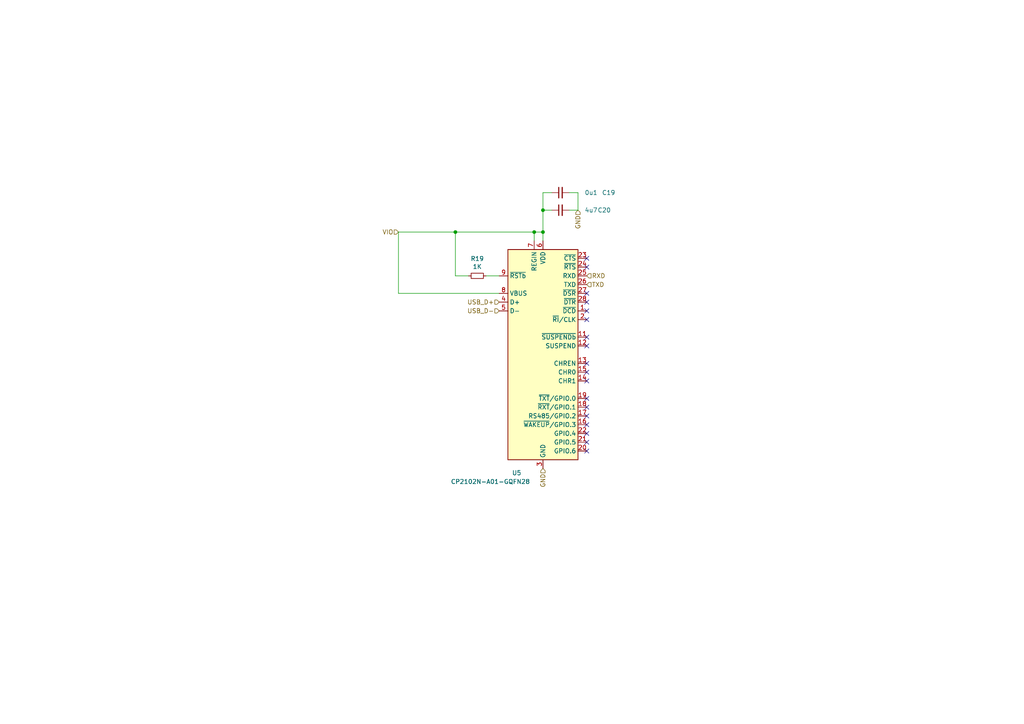
<source format=kicad_sch>
(kicad_sch (version 20231120) (generator "eeschema") (generator_version "8.0")
  (paper "A4")
  (lib_symbols
    (symbol "Device:C_Small" (pin_numbers hide) (pin_names (offset 0.254) hide)
      (property "Reference" "C" (at 0.254 1.778 0))
      (property "Value" "C_Small" (at 0.254 -2.032 0))
      (symbol "C_Small_0_1"
        (polyline (pts (xy -1.524 -0.508) (xy 1.524 -0.508)) (stroke (width 0.3302)))
        (polyline (pts (xy -1.524 0.508) (xy 1.524 0.508)) (stroke (width 0.3048)))
      )
      (symbol "C_Small_1_1"
        (pin passive line (at 0 2.54 270) (length 2.032) (name "~") (number "1"))
        (pin passive line (at 0 -2.54 90) (length 2.032) (name "~") (number "2"))
      )
    )
    (symbol "Device:R_Small" (pin_numbers hide) (pin_names (offset 0.254) hide)
      (property "Reference" "R" (at 0.762 0.508 0))
      (property "Value" "R_Small" (at 0.762 -1.016 0))
      (symbol "R_Small_0_1"
        (rectangle (start -0.762 1.778) (end 0.762 -1.778) (stroke (width 0.2032)))
      )
      (symbol "R_Small_1_1"
        (pin passive line (at 0 2.54 270) (length 0.762) (name "~") (number "1"))
        (pin passive line (at 0 -2.54 90) (length 0.762) (name "~") (number "2"))
      )
    )
    (symbol "jantteri_right-rescue:CP2102N-A01-GQFN28-Interface_USB"
      (property "Reference" "U" (at -7.62 31.75 0))
      (property "Value" "Interface_USB_CP2102N-A01-GQFN28" (at 26.67 31.75 0))
      (symbol "CP2102N-A01-GQFN28-Interface_USB_0_1"
        (rectangle (start -10.16 30.48) (end 10.16 -30.48) (stroke (width 0.254)) (fill (type background)))
      )
      (symbol "CP2102N-A01-GQFN28-Interface_USB_1_1"
        (pin input line (at 12.7 12.7 180) (length 2.54) (name "~{DCD}") (number "1"))
        (pin no_connect line (at -10.16 -10.16 0) (length 2.54) hide (name "NC") (number "10"))
        (pin output line (at 12.7 5.08 180) (length 2.54) (name "~{SUSPENDb}") (number "11"))
        (pin output line (at 12.7 2.54 180) (length 2.54) (name "SUSPEND") (number "12"))
        (pin output line (at 12.7 -2.54 180) (length 2.54) (name "CHREN") (number "13"))
        (pin output line (at 12.7 -7.62 180) (length 2.54) (name "CHR1") (number "14"))
        (pin output line (at 12.7 -5.08 180) (length 2.54) (name "CHR0") (number "15"))
        (pin bidirectional line (at 12.7 -20.32 180) (length 2.54) (name "~{WAKEUP}/GPIO.3") (number "16"))
        (pin bidirectional line (at 12.7 -17.78 180) (length 2.54) (name "RS485/GPIO.2") (number "17"))
        (pin bidirectional line (at 12.7 -15.24 180) (length 2.54) (name "~{RXT}/GPIO.1") (number "18"))
        (pin bidirectional line (at 12.7 -12.7 180) (length 2.54) (name "~{TXT}/GPIO.0") (number "19"))
        (pin bidirectional line (at 12.7 10.16 180) (length 2.54) (name "~{RI}/CLK") (number "2"))
        (pin bidirectional line (at 12.7 -27.94 180) (length 2.54) (name "GPIO.6") (number "20"))
        (pin bidirectional line (at 12.7 -25.4 180) (length 2.54) (name "GPIO.5") (number "21"))
        (pin bidirectional line (at 12.7 -22.86 180) (length 2.54) (name "GPIO.4") (number "22"))
        (pin input line (at 12.7 27.94 180) (length 2.54) (name "~{CTS}") (number "23"))
        (pin output line (at 12.7 25.4 180) (length 2.54) (name "~{RTS}") (number "24"))
        (pin input line (at 12.7 22.86 180) (length 2.54) (name "RXD") (number "25"))
        (pin output line (at 12.7 20.32 180) (length 2.54) (name "TXD") (number "26"))
        (pin input line (at 12.7 17.78 180) (length 2.54) (name "~{DSR}") (number "27"))
        (pin output line (at 12.7 15.24 180) (length 2.54) (name "~{DTR}") (number "28"))
        (pin passive line (at 0 -33.02 90) (length 2.54) hide (name "GND") (number "29"))
        (pin power_in line (at 0 -33.02 90) (length 2.54) (name "GND") (number "3"))
        (pin bidirectional line (at -12.7 15.24 0) (length 2.54) (name "D+") (number "4"))
        (pin bidirectional line (at -12.7 12.7 0) (length 2.54) (name "D-") (number "5"))
        (pin passive line (at 0 33.02 270) (length 2.54) (name "VDD") (number "6"))
        (pin power_in line (at -2.54 33.02 270) (length 2.54) (name "REGIN") (number "7"))
        (pin input line (at -12.7 17.78 0) (length 2.54) (name "VBUS") (number "8"))
        (pin input line (at -12.7 22.86 0) (length 2.54) (name "~{RSTb}") (number "9"))
      )
    )
  )
  (junction (at 157.48 67.31))
  (junction (at 157.48 60.96))
  (junction (at 154.94 67.31))
  (junction (at 132.08 67.31))
  (no_connect (at 170.18 85.09))
  (no_connect (at 170.18 118.11))
  (no_connect (at 170.18 90.17))
  (no_connect (at 170.18 92.71))
  (no_connect (at 170.18 77.47))
  (no_connect (at 170.18 123.19))
  (no_connect (at 170.18 110.49))
  (no_connect (at 170.18 128.27))
  (no_connect (at 170.18 87.63))
  (no_connect (at 170.18 97.79))
  (no_connect (at 170.18 100.33))
  (no_connect (at 170.18 130.81))
  (no_connect (at 170.18 120.65))
  (no_connect (at 170.18 115.57))
  (no_connect (at 170.18 125.73))
  (no_connect (at 170.18 74.93))
  (no_connect (at 170.18 105.41))
  (no_connect (at 170.18 107.95))
  (wire (pts (xy 115.57 67.31) (xy 132.08 67.31)))
  (wire (pts (xy 144.78 85.09) (xy 115.57 85.09)))
  (wire (pts (xy 115.57 67.31) (xy 115.57 85.09)))
  (wire (pts (xy 157.48 55.88) (xy 160.02 55.88)))
  (wire (pts (xy 157.48 60.96) (xy 157.48 55.88)))
  (wire (pts (xy 160.02 60.96) (xy 157.48 60.96)))
  (wire (pts (xy 144.78 80.01) (xy 140.97 80.01)))
  (wire (pts (xy 135.89 80.01) (xy 132.08 80.01)))
  (wire (pts (xy 165.1 55.88) (xy 167.64 55.88)))
  (wire (pts (xy 157.48 69.85) (xy 157.48 67.31)))
  (wire (pts (xy 157.48 67.31) (xy 157.48 60.96)))
  (wire (pts (xy 132.08 67.31) (xy 154.94 67.31)))
  (wire (pts (xy 154.94 67.31) (xy 157.48 67.31)))
  (wire (pts (xy 167.64 55.88) (xy 167.64 60.96)))
  (wire (pts (xy 167.64 60.96) (xy 165.1 60.96)))
  (wire (pts (xy 132.08 80.01) (xy 132.08 67.31)))
  (wire (pts (xy 154.94 69.85) (xy 154.94 67.31)))
  (hierarchical_label "VIO" (shape input) (at 115.57 67.31 180))
  (hierarchical_label "GND" (shape input) (at 157.48 135.89 270))
  (hierarchical_label "USB_D-" (shape input) (at 144.78 90.17 180))
  (hierarchical_label "USB_D+" (shape input) (at 144.78 87.63 180))
  (hierarchical_label "GND" (shape input) (at 167.64 60.96 270))
  (hierarchical_label "RXD" (shape input) (at 170.18 80.01 0))
  (hierarchical_label "TXD" (shape input) (at 170.18 82.55 0))
  (symbol (lib_id "jantteri_right-rescue:CP2102N-A01-GQFN28-Interface_USB") (at 157.48 102.87 0) (unit 1)
    (property "Reference" "U5" (at 149.86 137.16 0))
    (property "Value" "CP2102N-A01-GQFN28" (at 142.24 139.7 0))
    (property "Footprint" "Package_DFN_QFN:QFN-28-1EP_5x5mm_P0.5mm_EP3.35x3.35mm" (effects (hide yes)))
    (property "Datasheet" "https://www.silabs.com/documents/public/data-sheets/cp2102n-datasheet.pdf" (effects (hide yes)))
    (property "LCSC" "C964632" (effects (hide yes)))
  )
  (symbol (lib_id "Device:C_Small") (at 162.56 60.96 90) (unit 1)
    (property "Reference" "C20" (at 175.26 60.96 90))
    (property "Value" "4u7" (at 171.45 60.96 90))
    (property "Footprint" "Capacitor_SMD:C_0402_1005Metric" (effects (hide yes)))
    (property "LCSC" "C23733" (effects (hide yes)))
  )
  (symbol (lib_id "Device:C_Small") (at 162.56 55.88 90) (unit 1)
    (property "Reference" "C19" (at 176.53 55.88 90))
    (property "Value" "0u1" (at 171.45 55.88 90))
    (property "Footprint" "Capacitor_SMD:C_0402_1005Metric" (effects (hide yes)))
    (property "LCSC" "C1525" (effects (hide yes)))
  )
  (symbol (lib_id "Device:R_Small") (at 138.43 80.01 270) (unit 1)
    (property "Reference" "R19" (at 138.43 75.0316 90))
    (property "Value" "1K" (at 138.43 77.343 90))
    (property "Footprint" "Resistor_SMD:R_0402_1005Metric" (effects (hide yes)))
    (property "LCSC" "C11702" (effects (hide yes)))
  )
)
</source>
